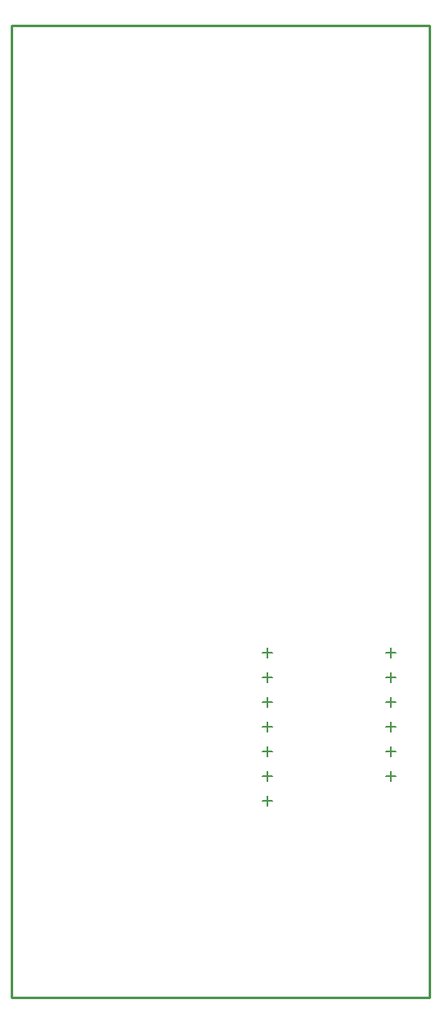
<source format=gko>
G04 Layer: BoardOutlineLayer*
G04 EasyEDA v6.5.46, 2026-01-20 15:08:04*
G04 c055b5996b2b4ee9ab75fef97cfab9db,2531f63ba3b24be780b21f3747bff2ee,10*
G04 Gerber Generator version 0.2*
G04 Scale: 100 percent, Rotated: No, Reflected: No *
G04 Dimensions in millimeters *
G04 leading zeros omitted , absolute positions ,4 integer and 5 decimal *
%FSLAX45Y45*%
%MOMM*%

%ADD10C,0.2540*%
%ADD11C,0.1270*%
D10*
X0Y0D02*
G01*
X4299991Y0D01*
X4299991Y-9999979D01*
X0Y-9999979D01*
X0Y0D01*
D11*
X3847591Y-7468108D02*
G01*
X3949191Y-7468108D01*
X3898391Y-7518908D02*
G01*
X3898391Y-7417308D01*
X3847591Y-7722108D02*
G01*
X3949191Y-7722108D01*
X3898391Y-7772908D02*
G01*
X3898391Y-7671308D01*
X2577591Y-7976108D02*
G01*
X2679191Y-7976108D01*
X2628391Y-8026908D02*
G01*
X2628391Y-7925308D01*
X2577591Y-7468108D02*
G01*
X2679191Y-7468108D01*
X2628391Y-7518908D02*
G01*
X2628391Y-7417308D01*
X2577591Y-7722108D02*
G01*
X2679191Y-7722108D01*
X2628391Y-7772908D02*
G01*
X2628391Y-7671308D01*
X3847591Y-7214108D02*
G01*
X3949191Y-7214108D01*
X3898391Y-7264908D02*
G01*
X3898391Y-7163308D01*
X3847591Y-6960108D02*
G01*
X3949191Y-6960108D01*
X3898391Y-7010908D02*
G01*
X3898391Y-6909308D01*
X3847591Y-6706108D02*
G01*
X3949191Y-6706108D01*
X3898391Y-6756908D02*
G01*
X3898391Y-6655308D01*
X3847591Y-6452107D02*
G01*
X3949191Y-6452107D01*
X3898391Y-6502907D02*
G01*
X3898391Y-6401307D01*
X2577591Y-7214108D02*
G01*
X2679191Y-7214108D01*
X2628391Y-7264908D02*
G01*
X2628391Y-7163308D01*
X2577591Y-6960108D02*
G01*
X2679191Y-6960108D01*
X2628391Y-7010908D02*
G01*
X2628391Y-6909308D01*
X2577591Y-6706108D02*
G01*
X2679191Y-6706108D01*
X2628391Y-6756908D02*
G01*
X2628391Y-6655308D01*
X2577591Y-6452107D02*
G01*
X2679191Y-6452107D01*
X2628391Y-6502907D02*
G01*
X2628391Y-6401307D01*

%LPD*%
M02*

</source>
